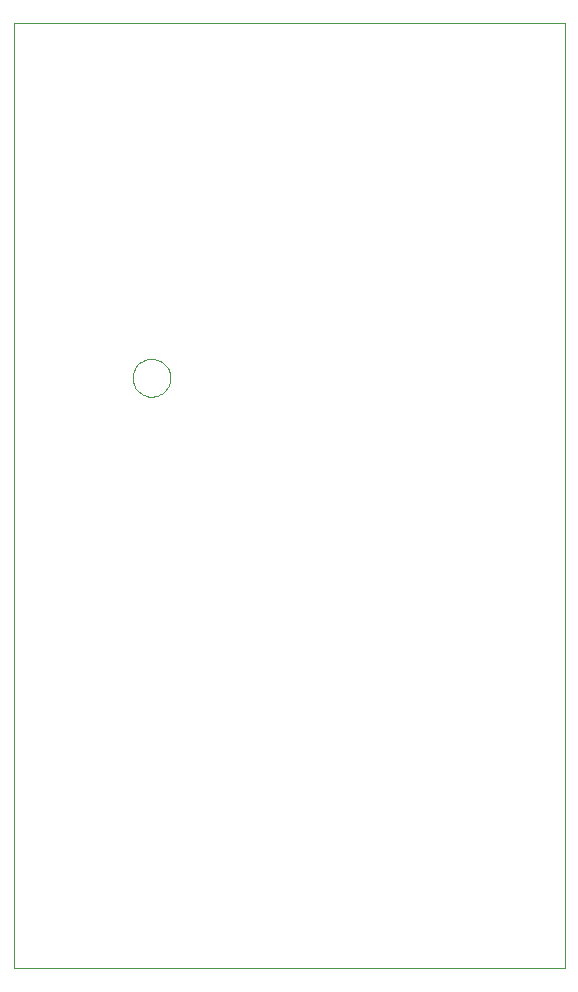
<source format=gko>
G75*
%MOIN*%
%OFA0B0*%
%FSLAX24Y24*%
%IPPOS*%
%LPD*%
%AMOC8*
5,1,8,0,0,1.08239X$1,22.5*
%
%ADD10C,0.0000*%
D10*
X000481Y000150D02*
X000481Y031646D01*
X018851Y031646D01*
X018851Y000150D01*
X000481Y000150D01*
X004441Y019835D02*
X004443Y019885D01*
X004449Y019935D01*
X004459Y019984D01*
X004473Y020032D01*
X004490Y020079D01*
X004511Y020124D01*
X004536Y020168D01*
X004564Y020209D01*
X004596Y020248D01*
X004630Y020285D01*
X004667Y020319D01*
X004707Y020349D01*
X004749Y020376D01*
X004793Y020400D01*
X004839Y020421D01*
X004886Y020437D01*
X004934Y020450D01*
X004984Y020459D01*
X005033Y020464D01*
X005084Y020465D01*
X005134Y020462D01*
X005183Y020455D01*
X005232Y020444D01*
X005280Y020429D01*
X005326Y020411D01*
X005371Y020389D01*
X005414Y020363D01*
X005455Y020334D01*
X005494Y020302D01*
X005530Y020267D01*
X005562Y020229D01*
X005592Y020189D01*
X005619Y020146D01*
X005642Y020102D01*
X005661Y020056D01*
X005677Y020008D01*
X005689Y019959D01*
X005697Y019910D01*
X005701Y019860D01*
X005701Y019810D01*
X005697Y019760D01*
X005689Y019711D01*
X005677Y019662D01*
X005661Y019614D01*
X005642Y019568D01*
X005619Y019524D01*
X005592Y019481D01*
X005562Y019441D01*
X005530Y019403D01*
X005494Y019368D01*
X005455Y019336D01*
X005414Y019307D01*
X005371Y019281D01*
X005326Y019259D01*
X005280Y019241D01*
X005232Y019226D01*
X005183Y019215D01*
X005134Y019208D01*
X005084Y019205D01*
X005033Y019206D01*
X004984Y019211D01*
X004934Y019220D01*
X004886Y019233D01*
X004839Y019249D01*
X004793Y019270D01*
X004749Y019294D01*
X004707Y019321D01*
X004667Y019351D01*
X004630Y019385D01*
X004596Y019422D01*
X004564Y019461D01*
X004536Y019502D01*
X004511Y019546D01*
X004490Y019591D01*
X004473Y019638D01*
X004459Y019686D01*
X004449Y019735D01*
X004443Y019785D01*
X004441Y019835D01*
M02*

</source>
